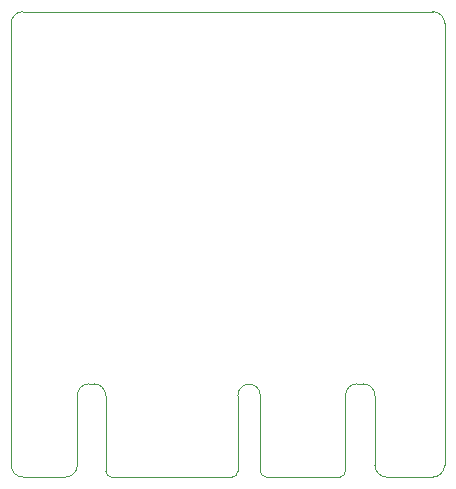
<source format=gm1>
G04 #@! TF.GenerationSoftware,KiCad,Pcbnew,(5.99.0-8491-gb8dfcb34c4)*
G04 #@! TF.CreationDate,2021-01-20T09:42:39+01:00*
G04 #@! TF.ProjectId,TMC2130_Driver,544d4332-3133-4305-9f44-72697665722e,rev?*
G04 #@! TF.SameCoordinates,PX67f3540PY6cb8080*
G04 #@! TF.FileFunction,Profile,NP*
%FSLAX46Y46*%
G04 Gerber Fmt 4.6, Leading zero omitted, Abs format (unit mm)*
G04 Created by KiCad (PCBNEW (5.99.0-8491-gb8dfcb34c4)) date 2021-01-20 09:42:39*
%MOMM*%
%LPD*%
G01*
G04 APERTURE LIST*
G04 #@! TA.AperFunction,Profile*
%ADD10C,0.050000*%
G04 #@! TD*
G04 APERTURE END LIST*
D10*
X29800000Y7900000D02*
G75*
G02*
X30800000Y6900000I0J-1000000D01*
G01*
X5600000Y6900000D02*
X5600000Y1000000D01*
X6600000Y7900000D02*
X7000000Y7900000D01*
X21100000Y6900000D02*
X21100000Y500000D01*
X36700000Y1000000D02*
G75*
G02*
X35700000Y0I-1000000J0D01*
G01*
X29300000Y7900000D02*
X29800000Y7900000D01*
X28300000Y6900000D02*
G75*
G02*
X29300000Y7900000I1000000J0D01*
G01*
X4600000Y0D02*
X1000000Y0D01*
X21600000Y0D02*
G75*
G02*
X21100000Y500000I0J500000D01*
G01*
X0Y1000000D02*
X0Y38410000D01*
X21600000Y0D02*
X27800000Y0D01*
X7000000Y7900000D02*
G75*
G02*
X8000000Y6900000I0J-1000000D01*
G01*
X8000000Y6900000D02*
X8000000Y500000D01*
X19200000Y500000D02*
X19200000Y6900000D01*
X8500000Y0D02*
X18700000Y0D01*
X19200001Y6900000D02*
G75*
G02*
X21099999Y6900000I949999J0D01*
G01*
X0Y38410000D02*
G75*
G02*
X1000000Y39410000I1000000J0D01*
G01*
X35700000Y39410000D02*
X1000000Y39410000D01*
X28300000Y500000D02*
G75*
G02*
X27800000Y0I-500000J0D01*
G01*
X6600000Y7900000D02*
G75*
G03*
X5600000Y6900000I0J-1000000D01*
G01*
X35700000Y39410000D02*
G75*
G02*
X36700000Y38410000I0J-1000000D01*
G01*
X19199999Y500000D02*
G75*
G02*
X18700000Y1I-499999J0D01*
G01*
X30800000Y1000000D02*
X30800000Y6900000D01*
X31800000Y0D02*
G75*
G02*
X30800000Y1000000I0J1000000D01*
G01*
X31800000Y0D02*
X35700000Y0D01*
X1000000Y0D02*
G75*
G02*
X0Y1000000I0J1000000D01*
G01*
X8500000Y0D02*
G75*
G02*
X8000000Y500000I0J500000D01*
G01*
X5600000Y1000000D02*
G75*
G02*
X4600000Y0I-1000000J0D01*
G01*
X36700000Y1000000D02*
X36700000Y38410000D01*
X28300000Y500000D02*
X28300000Y6900000D01*
M02*

</source>
